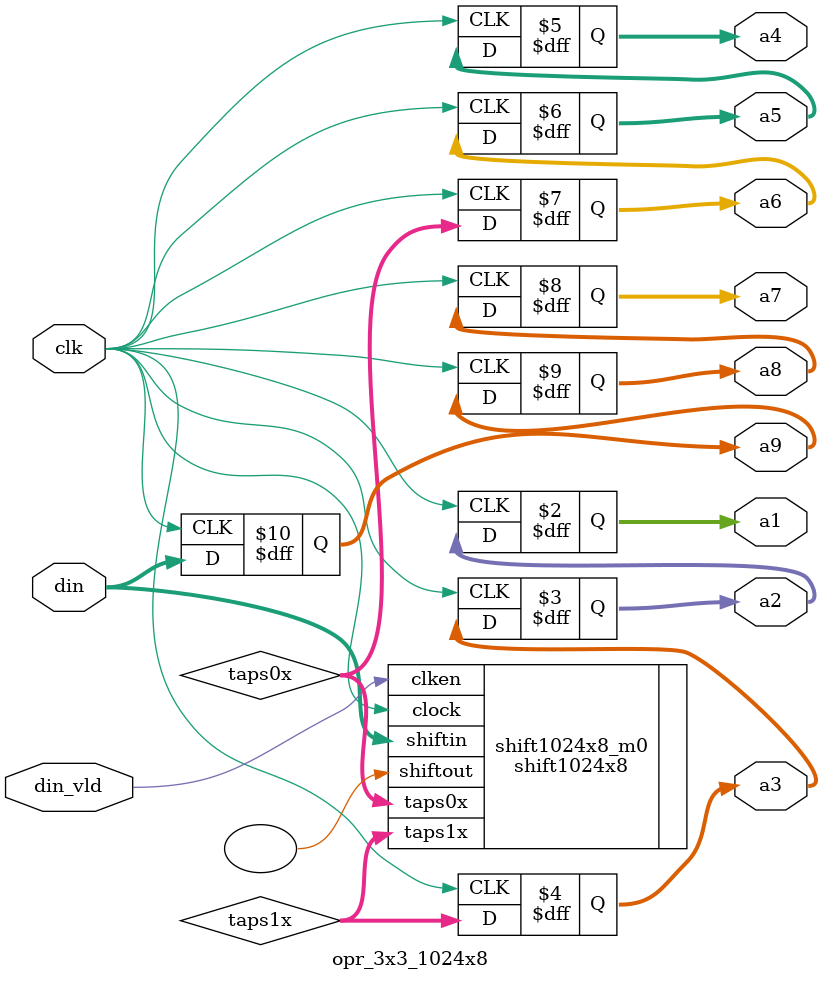
<source format=v>
module opr_3x3_1024x8(
    input                               din_vld                    ,
    input                               clk                        ,
    input              [   7:0]         din                        ,
    output reg         [   7:0]         a1, a2, a3, a4, a5, a6, a7, a8, a9 
);

wire                   [   7:0]         taps0x,taps1x              ;

// 1clk: 打拍形成矩阵, 矩阵顺序归正
always @(posedge clk) begin
    {a1, a2, a3} <= {a2, a3, taps1x};
    {a4, a5, a6} <= {a5, a6, taps0x};
    {a7, a8, a9} <= {a8, a9, din};
end

shift1024x8 shift1024x8_m0 (
    .clken                             (din_vld                   ),
    .clock                             (clk                       ),
    .shiftin                           (din                       ),
    .shiftout                          (                          ),
    .taps0x                            (taps0x                    ),
    .taps1x                            (taps1x                    ) 
);

endmodule
</source>
